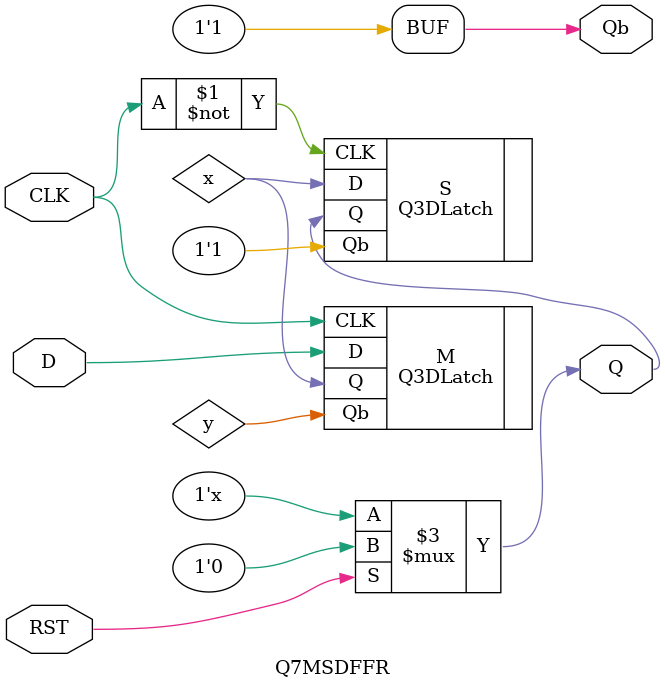
<source format=sv>
`timescale 1ns/1ns
module Q7MSDFFR(input D ,CLK,RST,output logic Q,Qb);
    wire x,y;
    Q3DLatch M(.D(D),.CLK(CLK),.Q(x),.Qb(y));
    Q3DLatch S(.D(x),.CLK(~CLK),.Q(Q),.Qb(Qb));
    always@(RST)begin
     if(RST)
        Q<=1'b0;
        Qb<=1'b1;
    end
endmodule

</source>
